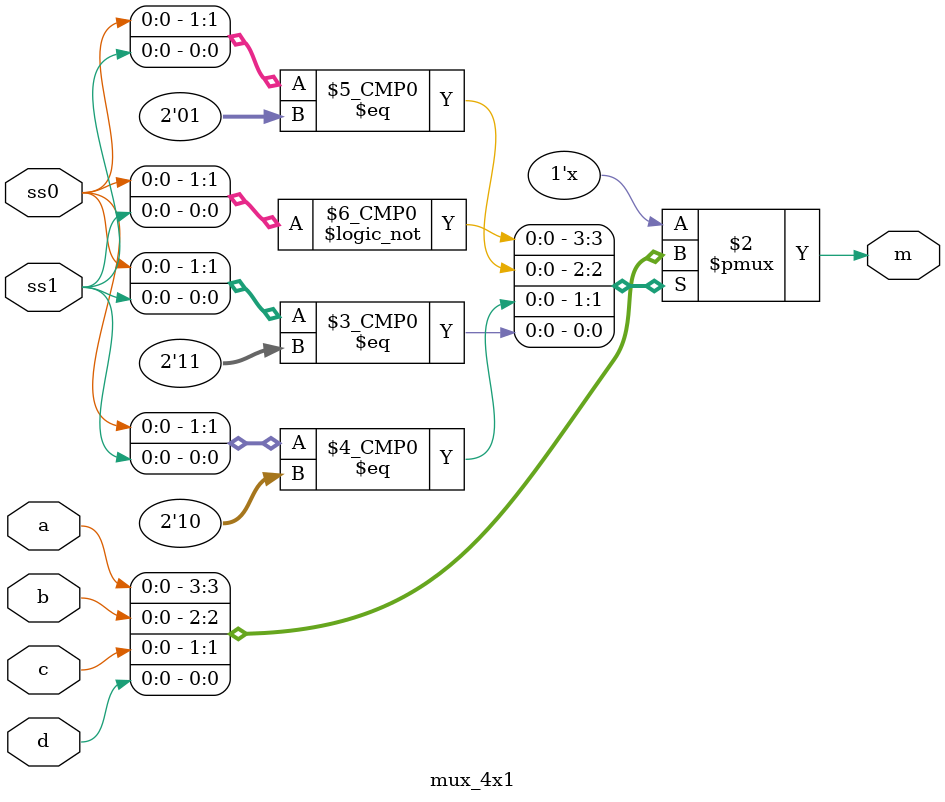
<source format=v>
module mux_4x1(a,b,c,d,ss0,ss1,m);
input a,b,c,d,ss0,ss1;
output m;
wire 	a,b,c,d,ss0,ss1;
reg m;
always @*
	begin
	 case({ss0,ss1})
		2'b00: m = a;
		2'b01: m = b;
		2'b10: m = c;
		2'b11: m = d;
		default : m = 0;
	endcase
	end
endmodule	
		
</source>
